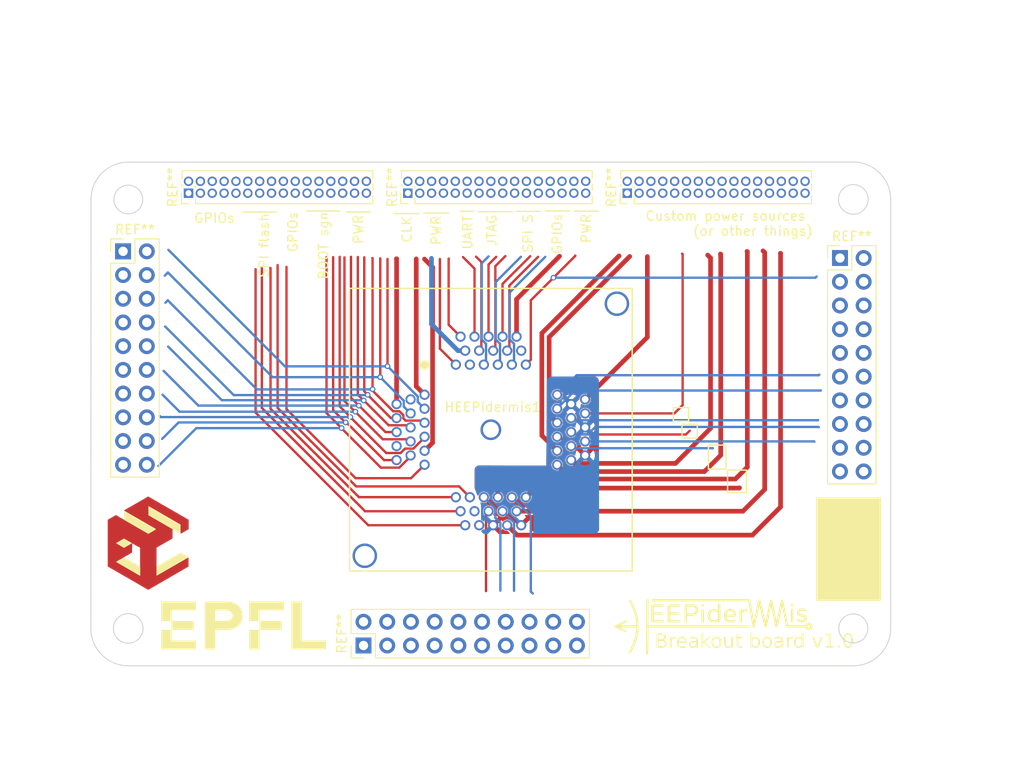
<source format=kicad_pcb>
(kicad_pcb (version 20240108) (generator "pcbnew") (generator_version "8.0")
  (layers (0 "F.Cu" signal) (1 "In1.Cu" signal) (2 "In2.Cu" signal) (31 "B.Cu" signal) (34 "B.Paste" user) (35 "F.Paste" user) (36 "B.SilkS" user "B.Silkscreen") (37 "F.SilkS" user "F.Silkscreen") (38 "B.Mask" user) (39 "F.Mask" user) (44 "Edge.Cuts" user))
  (net 0 "")
  (net 1 "/UART_TX")
  (net 2 "/LDO_VIN")
  (net 3 "/SPI_S_CS")
  (net 4 "/GPIO_0")
  (net 5 "/ACORE_VSS")
  (net 6 "/SPI_FLASH_CS_1")
  (net 7 "/EXEC_FLASH")
  (net 8 "/VCO_N_VIN")
  (net 9 "/VSS")
  (net 10 "/SPI_FLASH_SCK")
  (net 11 "/IO_VDD")
  (net 12 "/EXIT_VALUE")
  (net 13 "/VCO_P_VN0")
  (net 14 "/IREF_VDD")
  (net 15 "/IDAC_1_IIN")
  (net 16 "/VREF_VOUT")
  (net 17 "/VCO_VDD")
  (net 18 "/VCO_N_VN0")
  (net 19 "/JTAG_TDI")
  (net 20 "/LC_DIR")
  (net 21 "/ACORE_VDD")
  (net 22 "/IREF_2_IOUT")
  (net 23 "/EXIT_VALID")
  (net 24 "/VCO_P_VIN")
  (net 25 "/VCO_VN0_VDD")
  (net 26 "/DSM_IN")
  (net 27 "/SPI_S_MOSI")
  (net 28 "/SPI_FLASH_SD_0")
  (net 29 "/AMUX_VDD")
  (net 30 "/AMUX_VOUT")
  (net 31 "/DCORE_VDD")
  (net 32 "/UART_RX")
  (net 33 "/IDAC_2_IIN")
  (net 34 "/LC_XING")
  (net 35 "/JTAG_TMS")
  (net 36 "/IREF_1_IOUT")
  (net 37 "/JTAG_TCK")
  (net 38 "/JTAG_TDO")
  (net 39 "/IDAC_2_IOUT")
  (net 40 "/LDO_VBAT")
  (net 41 "/SPI_S_MISO")
  (net 42 "/DSM_CLK")
  (net 43 "/VCO_CNT_OVF")
  (net 44 "/JTAG_TRST")
  (net 45 "/IDAC_1_IOUT")
  (net 46 "/SPI_S_SCK")
  (net 47 "/VREF_VDD")
  (net 48 "/nRST")
  (net 49 "/SPI_FLASH_SD_1")
  (net 50 "/BOOT_SEL")
  (net 51 "/SPI_FLASH_CS_0")
  (net 52 "/CLK")
  (net 53 "/LDO_VOUT")
  (footprint "Connector_PinHeader_1.27mm:PinHeader_2x16_P1.27mm_Vertical" (layer "F.Cu") (at 103.8675 74.18 90)
    (property "Reference" "REF**")
    (property "Value" "PinHeader_2x16_P1.27mm_Vertical")
  )
  (footprint "Connector_PinHeader_2.54mm:PinHeader_2x10_P2.54mm_Vertical" (layer "F.Cu") (at 96.86 80.41)
    (property "Reference" "REF**")
    (property "Value" "PinHeader_2x10_P2.54mm_Vertical")
  )
  (footprint "Connector_PinHeader_1.27mm:PinHeader_2x16_P1.27mm_Vertical" (layer "F.Cu") (at 150.8525 74.18 90)
    (property "Reference" "REF**")
    (property "Value" "PinHeader_2x16_P1.27mm_Vertical")
  )
  (footprint "heep_footprints:EPFL" (layer "F.Cu") (at 110.311128 120.45779)
    (property "Reference" "REF**" (hide yes))
    (property "Value" "EPFL" (hide yes))
  )
  (footprint "Connector_PinHeader_2.54mm:PinHeader_2x10_P2.54mm_Vertical" (layer "F.Cu") (at 173.64 81.13)
    (property "Reference" "REF**")
    (property "Value" "PinHeader_2x10_P2.54mm_Vertical")
  )
  (footprint "Connector_PinHeader_2.54mm:PinHeader_2x10_P2.54mm_Vertical" (layer "F.Cu") (at 122.61 122.63 90)
    (property "Reference" "REF**")
    (property "Value" "PinHeader_2x10_P2.54mm_Vertical")
  )
  (footprint "sockets:CONN_5205_3MM" (layer "F.Cu") (at 129.1507 95.77)
    (property "Reference" "HEEPidermis1")
    (property "Value" "264-5205-01")
  )
  (footprint "heep_footprints:ESL" (layer "F.Cu") (at 99.7 116.63)
    (property "Reference" "REF**" (hide yes))
    (property "Value" "ESL" (hide yes))
  )
  (footprint "Connector_PinHeader_1.27mm:PinHeader_2x16_P1.27mm_Vertical" (layer "F.Cu") (at 127.36 74.18 90)
    (property "Reference" "REF**")
    (property "Value" "PinHeader_2x16_P1.27mm_Vertical")
  )
  (footprint "LOGO" (layer "F.Cu") (at 159.78 120.34)
    (property "Reference" "G***" (hide yes))
    (property "Value" "LOGO" (hide yes))
  )
  (gr_line (start 120.75 76.19) (end 123.39 76.19) (stroke (width 0.15)) (layer "F.SilkS"))
  (gr_line (start 134.86 76.17) (end 138.63 76.16) (stroke (width 0.15)) (layer "F.SilkS"))
  (gr_line (start 116.47 76.1) (end 120.05 76.1) (stroke (width 0.15)) (layer "F.SilkS"))
  (gr_rect (start 156.72 98.94) (end 158.36 100.41) (stroke (width 0.15)) (fill none) (layer "F.SilkS"))
  (gr_line (start 129.07 76.31) (end 131.71 76.31) (stroke (width 0.15)) (layer "F.SilkS"))
  (gr_line (start 109.68 76.2) (end 113.26 76.2) (stroke (width 0.15)) (layer "F.SilkS"))
  (gr_line (start 125.94 76.37) (end 128.58 76.37) (stroke (width 0.15)) (layer "F.SilkS"))
  (gr_rect (start 155.79 97.14) (end 157.43 98.61) (stroke (width 0.15)) (fill none) (layer "F.SilkS"))
  (gr_rect (start 159.55 101.16) (end 161.43 103.73) (stroke (width 0.15)) (fill none) (layer "F.SilkS"))
  (gr_rect (start 161.6 103.84) (end 163.62 106.25) (stroke (width 0.15)) (fill none) (layer "F.SilkS"))
  (gr_rect (start 171.18 106.85) (end 177.95 117.77) (stroke (width 0.15)) (fill solid) (layer "F.SilkS"))
  (gr_line (start 132.96 76.12) (end 134.39 76.12) (stroke (width 0.15)) (layer "F.SilkS"))
  (gr_line (start 138.93 76.13) (end 141.57 76.13) (stroke (width 0.15)) (layer "F.SilkS"))
  (gr_line (start 145.15 76.11) (end 147.79 76.11) (stroke (width 0.15)) (layer "F.SilkS"))
  (gr_line (start 142.05 76.09) (end 144.69 76.09) (stroke (width 0.15)) (layer "F.SilkS"))
  (gr_circle (center 175.07 74.85) (end 175.49 76.38) (stroke (width 0.1)) (fill none) (layer "Edge.Cuts"))
  (gr_arc (start 97.41 124.8) (mid 94.581573 123.628427) (end 93.41 120.8) (stroke (width 0.1)) (layer "Edge.Cuts"))
  (gr_line (start 97.42 70.86) (end 175.07 70.85) (stroke (width 0.1)) (layer "Edge.Cuts"))
  (gr_line (start 93.41 120.8) (end 93.42 74.86) (stroke (width 0.1)) (layer "Edge.Cuts"))
  (gr_arc (start 179.07 120.8) (mid 177.898427 123.628427) (end 175.07 124.8) (stroke (width 0.1)) (layer "Edge.Cuts"))
  (gr_circle (center 175.07 120.8) (end 173.98 119.69) (stroke (width 0.1)) (fill none) (layer "Edge.Cuts"))
  (gr_line (start 175.07 124.8) (end 97.41 124.8) (stroke (width 0.1)) (layer "Edge.Cuts"))
  (gr_arc (start 175.07 70.85) (mid 177.898427 72.021573) (end 179.07 74.85) (stroke (width 0.1)) (layer "Edge.Cuts"))
  (gr_circle (center 97.41 120.8) (end 98.71 119.89) (stroke (width 0.1)) (fill none) (layer "Edge.Cuts"))
  (gr_line (start 179.07 74.85) (end 179.07 120.8) (stroke (width 0.1)) (layer "Edge.Cuts"))
  (gr_circle (center 97.42 74.86) (end 98.37 76.07) (stroke (width 0.1)) (fill none) (layer "Edge.Cuts"))
  (gr_arc (start 93.42 74.86) (mid 94.591573 72.031573) (end 97.42 70.86) (stroke (width 0.1)) (layer "Edge.Cuts"))
  (gr_text "PWR" (at 130.96 76.5 90) (layer "F.SilkS") (effects (font (size 1 1)) (justify right bottom)))
  (gr_text "JTAG" (at 136.93 76.38 90) (layer "F.SilkS") (effects (font (size 1 1)) (justify right bottom)))
  (gr_text "UART" (at 134.35 76.45 90) (layer "F.SilkS") (effects (font (size 1 1)) (justify right bottom)))
  (gr_text "Custom power sources \n(or other things)" (at 170.82 78.82 0) (layer "F.SilkS") (effects (font (size 1 1)) (justify right bottom)))
  (gr_text "GPIOs" (at 143.94 76.28 90) (layer "F.SilkS") (effects (font (size 1 1)) (justify right bottom)))
  (gr_text "GPIOs" (at 104.38 77.44 0) (layer "F.SilkS") (effects (font (size 1 1)) (justify left bottom)))
  (gr_text "SPI S" (at 140.82 76.32 90) (layer "F.SilkS") (effects (font (size 1 1)) (justify right bottom)))
  (gr_text "GPIOs" (at 115.63 80.61 90) (layer "F.SilkS") (effects (font (size 1 1)) (justify left bottom)))
  (gr_text "Breakout board v1.0" (at 153.79 123.12 0) (layer "F.SilkS") (effects (font (size 1.5 1.5) (thickness 0.125)) (justify left bottom)))
  (gr_text "PWR" (at 122.64 76.38 90) (layer "F.SilkS") (effects (font (size 1 1)) (justify right bottom)))
  (gr_text "PWR" (at 147.04 76.3 90) (layer "F.SilkS") (effects (font (size 1 1)) (justify right bottom)))
  (gr_text "SPI flash" (at 112.55 83.33 90) (layer "F.SilkS") (effects (font (size 1 1)) (justify left bottom)))
  (gr_text "BOOT sgn" (at 118.91 83.52 90) (layer "F.SilkS") (effects (font (size 1 1)) (justify left bottom)))
  (gr_text "CLK" (at 127.83 76.56 90) (layer "F.SilkS") (effects (font (size 1 1)) (justify right bottom)))
  (segment (start 131.7285 81.2) (end 131.7385 81.19) (width 0.25) (layer "F.Cu") (net 1))
  (segment (start 131.7285 88.2773) (end 131.7285 81.2) (width 0.25) (layer "F.Cu") (net 1))
  (segment (start 132.999999 89.548799) (end 131.7285 88.2773) (width 0.25) (layer "F.Cu") (net 1))
  (segment (start 159.12 104) (end 160.8685 102.2515) (width 0.5) (layer "F.Cu") (net 2))
  (segment (start 144.0793 104) (end 159.12 104) (width 0.5) (layer "F.Cu") (net 2))
  (segment (start 143.3493 103.27) (end 144.0793 104) (width 0.5) (layer "F.Cu") (net 2))
  (segment (start 160.8685 80.73) (end 160.8385 80.7) (width 0.5) (layer "F.Cu") (net 2))
  (segment (start 160.8685 102.2515) (end 160.8685 80.73) (width 0.5) (layer "F.Cu") (net 2))
  (segment (start 138.2694 89.851423) (end 138.2694 84.8091) (width 0.25) (layer "B.Cu") (net 3))
  (segment (start 138.730599 92.317401) (end 138.730599 90.312622) (width 0.25) (layer "B.Cu") (net 3))
  (segment (start 138.730599 90.312622) (end 138.2694 89.851423) (width 0.25) (layer "B.Cu") (net 3))
  (segment (start 138.2694 84.8091) (end 142.0785 81) (width 0.25) (layer "B.Cu") (net 3))
  (segment (start 138.500001 92.547999) (end 138.730599 92.317401) (width 0.25) (layer "B.Cu") (net 3))
  (segment (start 140.5285 92.019499) (end 140.5285 85.66) (width 0.25) (layer "F.Cu") (net 4))
  (segment (start 140 92.547999) (end 140.5285 92.019499) (width 0.25) (layer "F.Cu") (net 4))
  (segment (start 145.2885 80.9) (end 145.2885 80.86) (width 0.25) (layer "F.Cu") (net 4))
  (segment (start 140.5285 85.66) (end 145.2885 80.9) (width 0.25) (layer "F.Cu") (net 4))
  (via (at 142.95425 83.23425) (size 0.6) (drill 0.35) (layers "F.Cu" "B.Cu") (net 4))
  (segment (start 171.01575 83.23425) (end 171.14 83.11) (width 0.25) (layer "B.Cu") (net 4))
  (segment (start 142.95425 83.23425) (end 171.01575 83.23425) (width 0.25) (layer "B.Cu") (net 4))
  (segment (start 128.4407 103.98) (end 128.4285 103.98) (width 0.25) (layer "F.Cu") (net 6))
  (segment (start 114.36 97.3115) (end 114.36 82.08) (width 0.25) (layer "F.Cu") (net 6))
  (segment (start 127.6985 104.71) (end 121.7585 104.71) (width 0.25) (layer "F.Cu") (net 6))
  (segment (start 121.7585 104.71) (end 114.36 97.3115) (width 0.25) (layer "F.Cu") (net 6))
  (segment (start 128.4285 103.98) (end 127.6985 104.71) (width 0.25) (layer "F.Cu") (net 6))
  (segment (start 129.1507 103.27) (end 128.4407 103.98) (width 0.25) (layer "F.Cu") (net 6))
  (segment (start 124.4 93.89) (end 124.4 81.16) (width 0.25) (layer "F.Cu") (net 7))
  (via (at 124.4 93.89) (size 0.6) (drill 0.35) (layers "F.Cu" "B.Cu") (net 7))
  (segment (start 101.66 82.68) (end 101.32 83.02) (width 0.25) (layer "B.Cu") (net 7))
  (segment (start 112.87 93.89) (end 101.66 82.68) (width 0.25) (layer "B.Cu") (net 7))
  (segment (start 124.4 93.89) (end 112.87 93.89) (width 0.25) (layer "B.Cu") (net 7))
  (segment (start 124.4 93.89) (end 126.9205 96.4105) (width 0.25) (layer "B.Cu") (net 7))
  (segment (start 126.9205 97.039401) (end 127.6511 97.770001) (width 0.25) (layer "B.Cu") (net 7))
  (segment (start 126.9205 96.4105) (end 126.9205 97.039401) (width 0.25) (layer "B.Cu") (net 7))
  (segment (start 135.533625 106.748001) (end 136.730601 107.944977) (width 0.25) (layer "B.Cu") (net 8))
  (segment (start 136.730601 107.944977) (end 136.730601 108.944578) (width 0.25) (layer "B.Cu") (net 8))
  (segment (start 136.730601 108.944578) (end 137.269399 109.483376) (width 0.25) (layer "B.Cu") (net 8))
  (segment (start 137.269399 109.483376) (end 137.269399 116.759101) (width 0.25) (layer "B.Cu") (net 8))
  (segment (start 123.115701 109.747201) (end 111.05 97.6815) (width 0.25) (layer "F.Cu") (net 10))
  (segment (start 133.5 109.747201) (end 123.115701 109.747201) (width 0.25) (layer "F.Cu") (net 10))
  (segment (start 111.05 97.6815) (end 111.05 82.32) (width 0.25) (layer "F.Cu") (net 10))
  (segment (start 129.1507 101.770001) (end 130.0063 100.914401) (width 0.5) (layer "F.Cu") (net 11))
  (segment (start 130.0063 82.1063) (end 129.14 81.24) (width 0.5) (layer "F.Cu") (net 11))
  (segment (start 130.0063 100.914401) (end 130.0063 82.1063) (width 0.5) (layer "F.Cu") (net 11))
  (segment (start 132.727698 91.048399) (end 129.8885 88.209201) (width 0.5) (layer "B.Cu") (net 11))
  (segment (start 129.8885 88.209201) (end 129.8885 81.16) (width 0.5) (layer "B.Cu") (net 11))
  (segment (start 133.5 91.048399) (end 132.727698 91.048399) (width 0.5) (layer "B.Cu") (net 11))
  (segment (start 125.7894 97.5394) (end 126.454124 97.5394) (width 0.25) (layer "F.Cu") (net 12))
  (segment (start 126.454124 97.5394) (end 126.8821 97.967376) (width 0.25) (layer "F.Cu") (net 12))
  (segment (start 123.5785 81.15) (end 123.5585 81.13) (width 0.25) (layer "F.Cu") (net 12))
  (segment (start 123.5785 95.18) (end 123.5785 95.3285) (width 0.25) (layer "F.Cu") (net 12))
  (segment (start 126.8821 98.31) (end 127.111501 98.539401) (width 0.25) (layer "F.Cu") (net 12))
  (segment (start 123.5785 95.3285) (end 125.7894 97.5394) (width 0.25) (layer "F.Cu") (net 12))
  (segment (start 127.111501 98.539401) (end 128.920102 98.539401) (width 0.25) (layer "F.Cu") (net 12))
  (segment (start 126.8821 97.967376) (end 126.8821 98.31) (width 0.25) (layer "F.Cu") (net 12))
  (segment (start 123.5785 95.18) (end 123.5785 81.15) (width 0.25) (layer "F.Cu") (net 12))
  (segment (start 128.920102 98.539401) (end 129.1507 98.769999) (width 0.25) (layer "F.Cu") (net 12))
  (via (at 123.5785 95.18) (size 0.6) (drill 0.35) (layers "F.Cu" "B.Cu") (net 12))
  (segment (start 123.5585 95.2) (end 111.19 95.2) (width 0.25) (layer "B.Cu") (net 12))
  (segment (start 123.5785 95.18) (end 123.5585 95.2) (width 0.25) (layer "B.Cu") (net 12))
  (segment (start 101.65 85.66) (end 101.39 85.92) (width 0.25) (layer "B.Cu") (net 12))
  (segment (start 111.19 95.2) (end 101.65 85.66) (width 0.25) (layer "B.Cu") (net 12))
  (segment (start 138.500001 106.748001) (end 138.838388 106.748001) (width 0.25) (layer "F.Cu") (net 13))
  (segment (start 138.533624 106.748001) (end 140.5285 108.742877) (width 0.25) (layer "B.Cu") (net 13))
  (segment (start 140.5285 116.8485) (end 140.74 117.06) (width 0.25) (layer "B.Cu") (net 13))
  (segment (start 140.5285 116.75) (end 140.5285 116.8485) (width 0.25) (layer "B.Cu") (net 13))
  (segment (start 138.500001 106.748001) (end 138.533624 106.748001) (width 0.25) (layer "B.Cu") (net 13))
  (segment (start 140.5285 108.742877) (end 140.5285 116.75) (width 0.25) (layer "B.Cu") (net 13))
  (segment (start 143.3493 98.769999) (end 142.4937 97.914399) (width 0.5) (layer "F.Cu") (net 14))
  (segment (start 142.4937 97.914399) (end 142.4937 89.5848) (width 0.5) (layer "F.Cu") (net 14))
  (segment (start 142.4937 89.5848) (end 151.1185 80.96) (width 0.5) (layer "F.Cu") (net 14))
  (segment (start 143.579899 100.5006) (end 145.3294 100.5006) (width 0.25) (layer "F.Cu") (net 15))
  (segment (start 145.8 100.03) (end 157.14 100.03) (width 0.25) (layer "F.Cu") (net 15))
  (segment (start 157.14 100.03) (end 157.55 99.62) (width 0.25) (layer "F.Cu") (net 15))
  (segment (start 145.3294 100.5006) (end 145.8 100.03) (width 0.25) (layer "F.Cu") (net 15))
  (segment (start 143.3493 100.270001) (end 143.579899 100.5006) (width 0.25) (layer "F.Cu") (net 15))
  (segment (start 145.079501 101.5006) (end 160.0194 101.5006) (width 0.25) (layer "B.Cu") (net 16))
  (segment (start 144.8489 101.269999) (end 145.079501 101.5006) (width 0.25) (layer "B.Cu") (net 16))
  (segment (start 160.0194 101.5006) (end 160.03 101.49) (width 0.25) (layer "B.Cu") (net 16))
  (segment (start 137.8885 104.8) (end 162.44 104.8) (width 0.5) (layer "F.Cu") (net 17))
  (segment (start 137.000001 105.688499) (end 137.8885 104.8) (width 0.5) (layer "F.Cu") (net 17))
  (segment (start 162.44 104.8) (end 163.7185 103.5215) (width 0.5) (layer "F.Cu") (net 17))
  (segment (start 163.7185 103.5215) (end 163.7185 80.45) (width 0.5) (layer "F.Cu") (net 17))
  (segment (start 163.7185 80.45) (end 163.6885 80.42) (width 0.5) (layer "F.Cu") (net 17))
  (segment (start 137.000001 106.748001) (end 137.000001 105.688499) (width 0.5) (layer "F.Cu") (net 17))
  (segment (start 135.7306 108.517002) (end 135.7306 110.049825) (width 0.25) (layer "F.Cu") (net 18))
  (segment (start 135.7285 110.051925) (end 135.7285 116.8) (width 0.25) (layer "F.Cu") (net 18))
  (segment (start 135.7306 110.049825) (end 135.7285 110.051925) (width 0.25) (layer "F.Cu") (net 18))
  (segment (start 136.000001 108.247601) (end 135.7306 108.517002) (width 0.25) (layer "F.Cu") (net 18))
  (segment (start 135.7306 90.312623) (end 135.2694 89.851423) (width 0.25) (layer "B.Cu") (net 19))
  (segment (start 135.499999 92.547999) (end 135.7306 92.317398) (width 0.25) (layer "B.Cu") (net 19))
  (segment (start 135.2694 81.6891) (end 136.0085 80.95) (width 0.25) (layer "B.Cu") (net 19))
  (segment (start 135.7306 92.317398) (end 135.7306 90.312623) (width 0.25) (layer "B.Cu") (net 19))
  (segment (start 135.2694 89.851423) (end 135.2694 81.6891) (width 0.25) (layer "B.Cu") (net 19))
  (segment (start 121.201049 98.162303) (end 121.201049 98.171049) (width 0.25) (layer "F.Cu") (net 20))
  (segment (start 121.201049 98.171049) (end 125.04 102.01) (width 0.25) (layer "F.Cu") (net 20))
  (segment (start 121.201049 98.162303) (end 120.0585 97.019754) (width 0.25) (layer "F.Cu") (net 20))
  (segment (start 125.04 102.01) (end 126.5885 102.01) (width 0.25) (layer "F.Cu") (net 20))
  (segment (start 127.0591 101.5394) (end 127.953724 101.5394) (width 0.25) (layer "F.Cu") (net 20))
  (segment (start 127.953724 101.5394) (end 129.1507 100.342424) (width 0.25) (layer "F.Cu") (net 20))
  (segment (start 129.1507 100.342424) (end 129.1507 100.270001) (width 0.25) (layer "F.Cu") (net 20))
  (segment (start 126.5885 102.01) (end 127.0591 101.5394) (width 0.25) (layer "F.Cu") (net 20))
  (segment (start 120.0585 97.019754) (end 120.0585 81) (width 0.25) (layer "F.Cu") (net 20))
  (via (at 121.201049 98.162303) (size 0.6) (drill 0.35) (layers "F.Cu" "B.Cu") (net 20))
  (segment (start 100.892303 98.162303) (end 100.76 98.03) (width 0.25) (layer "B.Cu") (net 20))
  (segment (start 121.201049 98.162303) (end 100.892303 98.162303) (width 0.25) (layer "B.Cu") (net 20))
  (segment (start 159.78 99.37) (end 159.78 81.12) (width 0.5) (layer "F.Cu") (net 21))
  (segment (start 159.78 81.12) (end 159.47 80.81) (width 0.5) (layer "F.Cu") (net 21))
  (segment (start 144.8489 102.770001) (end 145.204499 103.1256) (width 0.5) (layer "F.Cu") (net 21))
  (segment (start 156.0244 103.1256) (end 159.78 99.37) (width 0.5) (layer "F.Cu") (net 21))
  (segment (start 145.204499 103.1256) (end 156.0244 103.1256) (width 0.5) (layer "F.Cu") (net 21))
  (segment (start 171.279399 98.500601) (end 171.29 98.49) (width 0.25) (layer "B.Cu") (net 22))
  (segment (start 144.8489 98.27) (end 145.079501 98.500601) (width 0.25) (layer "B.Cu") (net 22))
  (segment (start 145.079501 98.500601) (end 171.279399 98.500601) (width 0.25) (layer "B.Cu") (net 22))
  (segment (start 123.054131 95.775) (end 122.6885 95.409369) (width 0.25) (layer "F.Cu") (net 23))
  (segment (start 122.6885 95.409369) (end 122.6885 81.05) (width 0.25) (layer "F.Cu") (net 23))
  (segment (start 125.54 98.27) (end 123.21425 95.94425) (width 0.25) (layer "F.Cu") (net 23))
  (segment (start 126.1515 98.27) (end 125.54 98.27) (width 0.25) (layer "F.Cu") (net 23))
  (via (at 123.054131 95.775) (size 0.6) (drill 0.35) (layers "F.Cu" "B.Cu") (net 23))
  (segment (start 108.71 95.81) (end 101.36 88.46) (width 0.25) (layer "B.Cu") (net 23))
  (segment (start 123.019131 95.81) (end 108.71 95.81) (width 0.25) (layer "B.Cu") (net 23))
  (segment (start 123.054131 95.775) (end 123.019131 95.81) (width 0.25) (layer "B.Cu") (net 23))
  (segment (start 137.533623 108.247601) (end 138.730599 109.444577) (width 0.25) (layer "B.Cu") (net 24))
  (segment (start 137.5 108.247601) (end 137.533623 108.247601) (width 0.25) (layer "B.Cu") (net 24))
  (segment (start 138.730599 109.444577) (end 138.730599 116.767901) (width 0.25) (layer "B.Cu") (net 24))
  (segment (start 167.2785 107.7915) (end 167.2785 80.63) (width 0.5) (layer "F.Cu") (net 25))
  (segment (start 139.062798 110.81) (end 164.26 110.81) (width 0.5) (layer "F.Cu") (net 25))
  (segment (start 137.999999 109.747201) (end 139.062798 110.81) (width 0.5) (layer "F.Cu") (net 25))
  (segment (start 164.26 110.81) (end 167.2785 107.7915) (width 0.5) (layer "F.Cu") (net 25))
  (segment (start 167.2785 80.63) (end 167.2685 80.62) (width 0.5) (layer "F.Cu") (net 25))
  (segment (start 126.1515 102.770001) (end 124.810001 102.770001) (width 0.25) (layer "F.Cu") (net 26))
  (segment (start 124.810001 102.770001) (end 120.93575 98.89575) (width 0.25) (layer "F.Cu") (net 26))
  (segment (start 119.3585 97.4285) (end 119.3585 81.03) (width 0.25) (layer "F.Cu") (net 26))
  (segment (start 120.667303 98.737303) (end 119.3585 97.4285) (width 0.25) (layer "F.Cu") (net 26))
  (segment (start 120.698084 98.737303) (end 120.667303 98.737303) (width 0.25) (layer "F.Cu") (net 26))
  (via (at 120.698084 98.737303) (size 0.6) (drill 0.35) (layers "F.Cu" "B.Cu") (net 26))
  (segment (start 120.698084 98.737303) (end 102.802697 98.737303) (width 0.25) (layer "B.Cu") (net 26))
  (segment (start 102.802697 98.737303) (end 101.04 100.5) (width 0.25) (layer "B.Cu") (net 26))
  (segment (start 136.7694 89.851423) (end 136.7694 83.6991) (width 0.25) (layer "B.Cu") (net 27))
  (segment (start 136.7694 83.6991) (end 139.4685 81) (width 0.25) (layer "B.Cu") (net 27))
  (segment (start 137.000001 92.547999) (end 137.230599 92.317401) (width 0.25) (layer "B.Cu") (net 27))
  (segment (start 137.230599 90.312622) (end 136.7694 89.851423) (width 0.25) (layer "B.Cu") (net 27))
  (segment (start 137.230599 92.317401) (end 137.230599 90.312622) (width 0.25) (layer "B.Cu") (net 27))
  (segment (start 132.999999 108.247601) (end 122.776101 108.247601) (width 0.25) (layer "F.Cu") (net 28))
  (segment (start 122.776101 108.247601) (end 111.72 97.1915) (width 0.25) (layer "F.Cu") (net 28))
  (segment (start 111.72 97.1915) (end 111.72 82.181372) (width 0.25) (layer "F.Cu") (net 28))
  (segment (start 146.3485 96.269999) (end 153.0085 89.609999) (width 0.5) (layer "F.Cu") (net 29))
  (segment (start 153.0085 89.609999) (end 153.0085 80.97) (width 0.5) (layer "F.Cu") (net 29))
  (segment (start 143.3493 95.77) (end 145.4393 93.68) (width 0.25) (layer "B.Cu") (net 30))
  (segment (start 171.37 93.68) (end 171.44 93.61) (width 0.25) (layer "B.Cu") (net 30))
  (segment (start 145.4393 93.68) (end 171.37 93.68) (width 0.25) (layer "B.Cu") (net 30))
  (segment (start 139 89.548799) (end 139 85.5385) (width 0.5) (layer "F.Cu") (net 31))
  (segment (start 126.1515 81.213) (end 126.1385 81.2) (width 0.5) (layer "F.Cu") (net 31))
  (segment (start 139 85.5385) (end 143.6085 80.93) (width 0.5) (layer "F.Cu") (net 31))
  (segment (start 126.1515 96.770001) (end 126.1515 81.213) (width 0.5) (layer "F.Cu") (net 31))
  (segment (start 132.5 92.547999) (end 130.7885 90.836499) (width 0.25) (layer "F.Cu") (net 32))
  (segment (start 130.7885 90.836499) (end 130.7885 81.24) (width 0.25) (layer "F.Cu") (net 32))
  (segment (start 156.79 96.88) (end 156.79 80.72) (width 0.25) (layer "F.Cu") (net 33))
  (segment (start 156.79 80.72) (end 156.73 80.66) (width 0.25) (layer "F.Cu") (net 33))
  (segment (start 146.3485 97.770001) (end 155.899999 97.770001) (width 0.25) (layer "F.Cu") (net 33))
  (segment (start 155.899999 97.770001) (end 156.79 96.88) (width 0.25) (layer "F.Cu") (net 33))
  (segment (start 121.707303 97.587303) (end 120.5685 96.4485) (width 0.25) (layer "F.Cu") (net 34))
  (segment (start 121.741322 97.587303) (end 121.707303 97.587303) (width 0.25) (layer "F.Cu") (net 34))
  (segment (start 120.5685 96.4485) (end 120.5685 81.06) (width 0.25) (layer "F.Cu") (net 34))
  (segment (start 127.420499 100.539399) (end 127.6511 100.77) (width 0.25) (layer "F.Cu") (net 34))
  (segment (start 124.669399 100.539399) (end 127.420499 100.539399) (width 0.25) (layer "F.Cu") (net 34))
  (segment (start 121.741322 97.587303) (end 121.741322 97.611322) (width 0.25) (layer "F.Cu") (net 34))
  (segment (start 121.741322 97.611322) (end 124.669399 100.539399) (width 0.25) (layer "F.Cu") (net 34))
  (via (at 121.741322 97.587303) (size 0.6) (drill 0.35) (layers "F.Cu" "B.Cu") (net 34))
  (segment (start 102.907303 97.587303) (end 101.08 95.76) (width 0.25) (layer "B.Cu") (net 34))
  (segment (start 121.741322 97.587303) (end 102.907303 97.587303) (width 0.25) (layer "B.Cu") (net 34))
  (segment (start 136 89.548799) (end 136 81.8185) (width 0.25) (layer "F.Cu") (net 35))
  (segment (start 136 81.8185) (end 136.8185 81) (width 0.25) (layer "F.Cu") (net 35))
  (segment (start 144.5795 100.0394) (end 144.6189 100) (width 0.25) (layer "B.Cu") (net 36))
  (segment (start 171.34 99.22) (end 171.37 99.25) (width 0.25) (layer "B.Cu") (net 36))
  (segment (start 144.6189 100) (end 146.045275 100) (width 0.25) (layer "B.Cu") (net 36))
  (segment (start 146.045876 100.000601) (end 146.651124 100.000601) (width 0.25) (layer "B.Cu") (net 36))
  (segment (start 147.431725 99.22) (end 171.34 99.22) (width 0.25) (layer "B.Cu") (net 36))
  (segment (start 146.651124 100.000601) (end 147.431725 99.22) (width 0.25) (layer "B.Cu") (net 36))
  (segment (start 146.045275 100) (end 146.045876 100.000601) (width 0.25) (layer "B.Cu") (net 36))
  (segment (start 135 91.048399) (end 135.230601 90.817798) (width 0.25) (layer "F.Cu") (net 37))
  (segment (start 135.230601 90.817798) (end 135.230601 81.552101) (width 0.25) (layer "F.Cu") (net 37))
  (segment (start 135.230601 81.552101) (end 134.6585 80.98) (width 0.25) (layer "F.Cu") (net 37))
  (segment (start 134.500001 89.548799) (end 134.500001 82.261501) (width 0.25) (layer "F.Cu") (net 38))
  (segment (start 134.500001 82.261501) (end 133.2685 81.03) (width 0.25) (layer "F.Cu") (net 38))
  (segment (start 143.3493 97.27) (end 143.3493 97.236377) (width 0.25) (layer "B.Cu") (net 39))
  (segment (start 145.265677 95.32) (end 171.57 95.32) (width 0.25) (layer "B.Cu") (net 39))
  (segment (start 143.3493 97.236377) (end 145.265677 95.32) (width 0.25) (layer "B.Cu") (net 39))
  (segment (start 171.57 95.32) (end 171.58 95.31) (width 0.25) (layer "B.Cu") (net 39))
  (segment (start 163.242399 108.247601) (end 165.5785 105.9115) (width 0.5) (layer "F.Cu") (net 40))
  (segment (start 165.5785 105.9115) (end 165.5785 80.54) (width 0.5) (layer "F.Cu") (net 40))
  (segment (start 139 108.247601) (end 163.242399 108.247601) (width 0.5) (layer "F.Cu") (net 40))
  (segment (start 165.5785 80.54) (end 165.3985 80.36) (width 0.5) (layer "F.Cu") (net 40))
  (segment (start 137.5 89.548799) (end 137.5 83.8985) (width 0.25) (layer "F.Cu") (net 41))
  (segment (start 137.5 83.8985) (end 140.4685 80.93) (width 0.25) (layer "F.Cu") (net 41))
  (segment (start 120.26285 99.348102) (end 120.26285 99.37285) (width 0.25) (layer "F.Cu") (net 42))
  (segment (start 120.26285 99.37285) (end 124.47 103.58) (width 0.25) (layer "F.Cu") (net 42))
  (segment (start 126.44 103.58) (end 127.6511 102.3689) (width 0.25) (layer "F.Cu") (net 42))
  (segment (start 127.6511 102.3689) (end 127.6511 102.27) (width 0.25) (layer "F.Cu") (net 42))
  (segment (start 124.47 103.58) (end 126.44 103.58) (width 0.25) (layer "F.Cu") (net 42))
  (segment (start 118.6485 97.733752) (end 118.6485 81.03) (width 0.25) (layer "F.Cu") (net 42))
  (segment (start 120.26285 99.348102) (end 118.6485 97.733752) (width 0.25) (layer "F.Cu") (net 42))
  (via (at 120.26285 99.348102) (size 0.6) (drill 0.35) (layers "F.Cu" "B.Cu") (net 42))
  (segment (start 120.26285 99.348102) (end 104.701898 99.348102) (width 0.25) (layer "B.Cu") (net 42))
  (segment (start 104.701898 99.348102) (end 100.64 103.41) (width 0.25) (layer "B.Cu") (net 42))
  (segment (start 122.122245 96.932245) (end 124.96 99.77) (width 0.25) (layer "F.Cu") (net 43))
  (segment (start 122.106566 96.932245) (end 121.2685 96.094179) (width 0.25) (layer "F.Cu") (net 43))
  (segment (start 124.96 99.77) (end 126.1515 99.77) (width 0.25) (layer "F.Cu") (net 43))
  (segment (start 121.2685 96.094179) (end 121.2685 81) (width 0.25) (layer "F.Cu") (net 43))
  (segment (start 122.106566 96.932245) (end 122.122245 96.932245) (width 0.25) (layer "F.Cu") (net 43))
  (via (at 122.106566 96.932245) (size 0.6) (drill 0.35) (layers "F.Cu" "B.Cu") (net 43))
  (segment (start 122.106566 96.932245) (end 104.922245 96.932245) (width 0.25) (layer "B.Cu") (net 43))
  (segment (start 104.922245 96.932245) (end 101.2 93.21) (width 0.25) (layer "B.Cu") (net 43))
  (segment (start 136.7306 90.817798) (end 136.7306 81.9979) (width 0.25) (layer "F.Cu") (net 44))
  (segment (start 136.7306 81.9979) (end 137.8085 80.92) (width 0.25) (layer "F.Cu") (net 44))
  (segment (start 136.499999 91.048399) (end 136.7306 90.817798) (width 0.25) (layer "F.Cu") (net 44))
  (segment (start 146.3485 100.77) (end 170.87 100.77) (width 0.25) (layer "B.Cu") (net 45))
  (segment (start 170.87 100.77) (end 170.9 100.8) (width 0.25) (layer "B.Cu") (net 45))
  (segment (start 138.2306 90.817798) (end 138.2306 84.0779) (width 0.25) (layer "F.Cu") (net 46))
  (segment (start 137.999999 91.048399) (end 138.2306 90.817798) (width 0.25) (layer "F.Cu") (net 46))
  (segment (start 138.2306 84.0779) (end 141.3085 81) (width 0.25) (layer "F.Cu") (net 46))
  (segment (start 141.7085 100.129201) (end 141.7085 89.18) (width 0.5) (layer "F.Cu") (net 47))
  (segment (start 143.3493 101.770001) (end 141.7085 100.129201) (width 0.5) (layer "F.Cu") (net 47))
  (segment (start 141.7085 89.18) (end 145.8135 85.075) (width 0.5) (layer "F.Cu") (net 47))
  (segment (start 145.8135 85.075) (end 145.8135 85.065) (width 0.5) (layer "F.Cu") (net 47))
  (segment (start 145.8135 85.065) (end 149.9785 80.9) (width 0.5) (layer "F.Cu") (net 47))
  (segment (start 125.18 92.72) (end 125.18 81.22) (width 0.25) (layer "F.Cu") (net 48))
  (via (at 125.18 92.72) (size 0.6) (drill 0.35) (layers "F.Cu" "B.Cu") (net 48))
  (segment (start 125.18 92.72) (end 128.4201 95.9601) (width 0.25) (layer "B.Cu") (net 48))
  (segment (start 114.19 92.73) (end 101.71 80.25) (width 0.25) (layer "B.Cu") (net 48))
  (segment (start 128.4201 95.9601) (end 128.4201 96.5394) (width 0.25) (layer "B.Cu") (net 48))
  (segment (start 125.19 92.73) (end 114.19 92.73) (width 0.25) (layer "B.Cu") (net 48))
  (segment (start 128.4201 96.5394) (end 129.1507 97.27) (width 0.25) (layer "B.Cu") (net 48))
  (segment (start 132.5 106.748001) (end 132.491999 106.74) (width 0.25) (layer "F.Cu") (net 49))
  (segment (start 112.65 82.22) (end 112.62 82.19) (width 0.25) (layer "F.Cu") (net 49))
  (segment (start 112.65 97.2715) (end 112.65 82.22) (width 0.25) (layer "F.Cu") (net 49))
  (segment (start 132.491999 106.74) (end 122.1185 106.74) (width 0.25) (layer "F.Cu") (net 49))
  (segment (start 122.1185 106.74) (end 112.65 97.2715) (width 0.25) (layer "F.Cu") (net 49))
  (segment (start 125.2994 99.0394) (end 127.420499 99.0394) (width 0.25) (layer "F.Cu") (net 50))
  (segment (start 122.649625 96.389625) (end 125.2994 99.0394) (width 0.25) (layer "F.Cu") (net 50))
  (segment (start 121.9985 95.763808) (end 121.9985 81.02) (width 0.25) (layer "F.Cu") (net 50))
  (segment (start 122.624317 96.389625) (end 122.649625 96.389625) (width 0.25) (layer "F.Cu") (net 50))
  (segment (start 127.420499 99.0394) (end 127.6511 99.270001) (width 0.25) (layer "F.Cu") (net 50))
  (segment (start 122.624317 96.389625) (end 121.9985 95.763808) (width 0.25) (layer "F.Cu") (net 50))
  (via (at 122.624317 96.389625) (size 0.6) (drill 0.35) (layers "F.Cu" "B.Cu") (net 50))
  (segment (start 122.624317 96.389625) (end 122.591937 96.357245) (width 0.25) (layer "B.Cu") (net 50))
  (segment (start 122.591937 96.357245) (end 107.427245 96.357245) (width 0.25) (layer "B.Cu") (net 50))
  (segment (start 107.427245 96.357245) (end 101.69 90.62) (width 0.25) (layer "B.Cu") (net 50))
  (segment (start 121.8185 105.59) (end 113.41 97.1815) (width 0.25) (layer "F.Cu") (net 51))
  (segment (start 133.999999 106.748001) (end 132.841998 105.59) (width 0.25) (layer "F.Cu") (net 51))
  (segment (start 132.841998 105.59) (end 121.8185 105.59) (width 0.25) (layer "F.Cu") (net 51))
  (segment (start 113.41 97.1815) (end 113.41 81.88) (width 0.25) (layer "F.Cu") (net 51))
  (segment (start 128.2585 94.8778) (end 128.2585 81.22) (width 0.5) (layer "F.Cu") (net 52))
  (segment (start 129.1507 95.77) (end 128.2585 94.8778) (width 0.5) (layer "F.Cu") (net 52))
  (segment (start 140 106.748001) (end 140.978001 105.77) (width 0.5) (layer "F.Cu") (net 53))
  (segment (start 162.85 105.77) (end 162.88 105.74) (width 0.5) (layer "F.Cu") (net 53))
  (segment (start 140.978001 105.77) (end 162.85 105.77) (width 0.5) (layer "F.Cu") (net 53))
  (zone (net 5) (net_name "/ACORE_VSS") (layers "F.Cu" "B.Cu") (connect_pads (clearance 0.05)) (min_thickness 0.15) (fill yes (thermal_gap 0.5) (thermal_bridge_width 0.5) (smoothing fillet) (radius 0.5))
    (polygon (pts (xy 135.1785 110.72) (xy 135.2085 107.58) (xy 134.5085 105.77) (xy 134.5085 103.34) (xy 142.1885 103.36) (xy 142.2585 93.82) (xy 147.8185 93.82) (xy 147.8385 110.65) (xy 135.1785 110.7)))
  )
)
</source>
